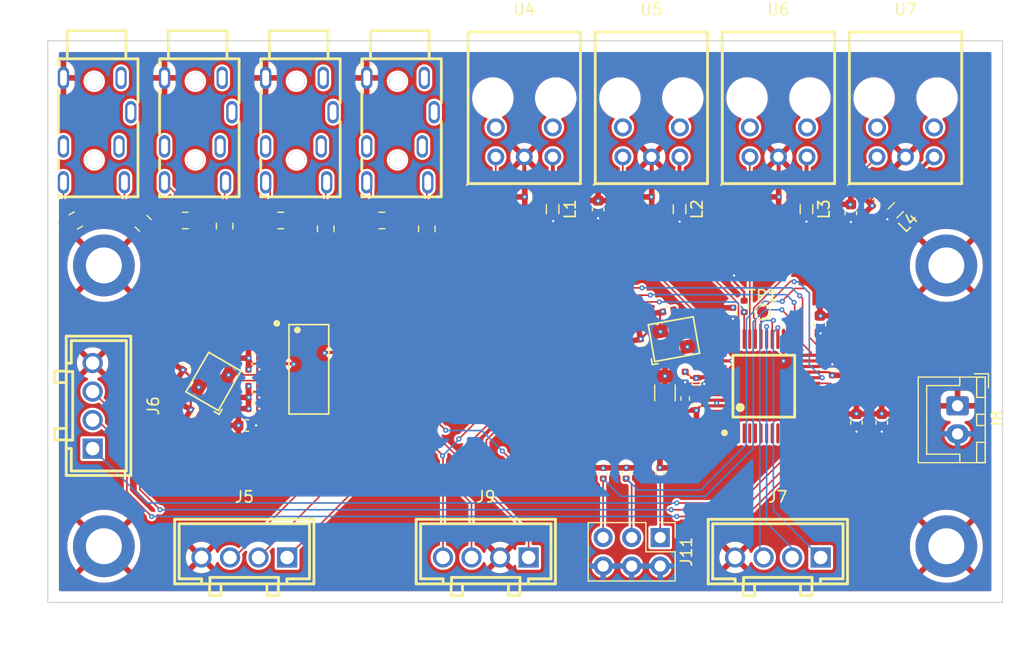
<source format=kicad_pcb>
(kicad_pcb (version 20240108) (generator "pcbnew") (generator_version "8.0")
  (layers (0 "F.Cu" signal) (1 "In1.Cu" signal) (2 "In2.Cu" signal) (31 "B.Cu" signal) (34 "B.Paste" user) (35 "F.Paste" user) (36 "B.SilkS" user "B.Silkscreen") (37 "F.SilkS" user "F.Silkscreen") (38 "B.Mask" user) (39 "F.Mask" user) (44 "Edge.Cuts" user))
  (net 0 "")
  (net 1 "Net-(J1-AUDIO_L)")
  (net 2 "/PCM1865/VINL1")
  (net 3 "/PCM1865/VINR1")
  (net 4 "Net-(J1-AUDIO_R)")
  (net 5 "/PCM1865/VINL2")
  (net 6 "Net-(J2-AUDIO_L)")
  (net 7 "/PCM1865/VINR2")
  (net 8 "Net-(J2-AUDIO_R)")
  (net 9 "Net-(U1-XO)")
  (net 10 "GND")
  (net 11 "Net-(U1-XI)")
  (net 12 "+3V3")
  (net 13 "Net-(U1-LDO)")
  (net 14 "Net-(U1-VREF)")
  (net 15 "Net-(U2A-XTI)")
  (net 16 "Net-(U2A-XTO)")
  (net 17 "Net-(U7-VCC)")
  (net 18 "Net-(J3-AUDIO_L)")
  (net 19 "/PCM1865/VINL3")
  (net 20 "Net-(C21-Pad2)")
  (net 21 "Net-(U4-VCC)")
  (net 22 "Net-(U5-VCC)")
  (net 23 "Net-(U6-VCC)")
  (net 24 "Net-(J3-AUDIO_R)")
  (net 25 "/PCM1865/VINR3")
  (net 26 "/PCM1865/VINL4")
  (net 27 "Net-(J4-AUDIO_L)")
  (net 28 "Net-(J4-AUDIO_R)")
  (net 29 "/PCM1865/VINR4")
  (net 46 "/PCM1865/LRCK")
  (net 47 "/PCM1865/DOUT")
  (net 48 "/PCM1865/BCK")
  (net 49 "/PCM9211/DOUT")
  (net 50 "/PCM9211/BCK")
  (net 51 "/PCM9211/LRCK")
  (net 52 "/PCM9211/LRCKI")
  (net 53 "/PCM9211/BCKI")
  (net 54 "/PCM9211/DIN")
  (net 55 "/PCM1865/SDA")
  (net 56 "/PCM9211/RST")
  (net 57 "/PCM1865/SCL")
  (net 58 "/PCM9211/ADR1")
  (net 59 "/PCM1865/ADR0")
  (net 60 "/PCM9211/ADR0")
  (net 61 "/PCM9211/SCKO")
  (net 73 "/PCM9211/SPDIF3")
  (net 77 "/PCM9211/SPDIF2")
  (net 80 "/PCM9211/SPDIF0")
  (net 89 "/PCM9211/SPDIF1")
  (net 98 "Net-(U2B-VCOM)")
  (net 99 "Net-(U2B-FILT)")
  (footprint "Endstufe:R_0402_1005Metric" (layer "F.Cu") (at 132 93.65 90)
    (property "Reference" "R1" (hide yes))
    (property "Value" "10k")
  )
  (footprint "Endstufe:C_0805_2012Metric" (layer "F.Cu") (at 72.5 86 30)
    (property "Reference" "C2" (hide yes))
    (property "Value" "10uF")
  )
  (footprint "Endstufe:C_0402_1005Metric" (layer "F.Cu") (at 112.95 83.9)
    (property "Reference" "C22" (hide yes))
    (property "Value" "100nF")
  )
  (footprint "Endstufe:C_0402_1005Metric" (layer "F.Cu") (at 88.35 99.25)
    (property "Reference" "C7" (hide yes))
    (property "Value" "10uF")
  )
  (footprint "Endstufe:C_0402_1005Metric" (layer "F.Cu") (at 122.85 97.05 100)
    (property "Reference" "C13" (hide yes))
    (property "Value" "30pF")
  )
  (footprint "Connector_PinHeader_2.54mm:PinHeader_2x03_P2.54mm_Vertical" (layer "F.Cu") (at 124.525 114.225 -90)
    (property "Reference" "J11")
    (property "Value" "DNP")
  )
  (footprint "Endstufe:C_0402_1005Metric" (layer "F.Cu") (at 125.25 94.05 10)
    (property "Reference" "C12" (hide yes))
    (property "Value" "30pF")
  )
  (footprint "Endstufe:MountingHole_3.2mm_M3_ISO14580_Pad" (layer "F.Cu") (at 150 90)
    (property "Reference" "H2" (hide yes))
    (property "Value" "MountingHole_Pad")
  )
  (footprint "Endstufe:C_0805_2012Metric" (layer "F.Cu") (at 103.75 86.75 -90)
    (property "Reference" "C26" (hide yes))
    (property "Value" "10uF")
  )
  (footprint "Inductor_SMD:L_0805_2012Metric" (layer "F.Cu") (at 137.55 85 -90)
    (property "Reference" "L3")
    (property "Value" "47uH")
  )
  (footprint "Endstufe:C_0402_1005Metric" (layer "F.Cu") (at 127.75 102.4 -90)
    (property "Reference" "C17" (hide yes))
    (property "Value" "10uF")
  )
  (footprint "Connector_JST:JST_XH_B2B-XH-A_1x02_P2.50mm_Vertical" (layer "F.Cu") (at 151 102.5 -90)
    (property "Reference" "J8")
    (property "Value" "Conn_01x02_Pin")
  )
  (footprint "Endstufe:C_0402_1005Metric" (layer "F.Cu") (at 82.3 98.872417 60)
    (property "Reference" "C5" (hide yes))
    (property "Value" "30pF")
  )
  (footprint "Endstufe:C_0805_2012Metric" (layer "F.Cu") (at 90.75 86)
    (property "Reference" "C25" (hide yes))
    (property "Value" "10uF")
  )
  (footprint "Endstufe:MountingHole_3.2mm_M3_ISO14580_Pad" (layer "F.Cu") (at 150 115)
    (property "Reference" "H4" (hide yes))
    (property "Value" "MountingHole_Pad")
  )
  (footprint "Endstufe:AUDIO-TH_ST-0322D00-071-1A2H" (layer "F.Cu") (at 92.4 77.955 -90)
    (property "Reference" "J3" (hide yes))
    (property "Value" "ST-0322D00-071-1A2H")
  )
  (footprint "Endstufe:C_0805_2012Metric" (layer "F.Cu") (at 78.5 86.25 -45)
    (property "Reference" "C1" (hide yes))
    (property "Value" "10uF")
  )
  (footprint "Endstufe:C_0402_1005Metric" (layer "F.Cu") (at 127.75 100.5 90)
    (property "Reference" "C20" (hide yes))
    (property "Value" "4.7nF")
  )
  (footprint "Endstufe:C_0805_2012Metric" (layer "F.Cu") (at 94.75 86.75 -90)
    (property "Reference" "C19" (hide yes))
    (property "Value" "10uF")
  )
  (footprint "Endstufe:C_0805_2012Metric" (layer "F.Cu") (at 99.75 86)
    (property "Reference" "C27" (hide yes))
    (property "Value" "10uF")
  )
  (footprint "Endstufe:C_0603_1608Metric" (layer "F.Cu") (at 119 85 90)
    (property "Reference" "C30" (hide yes))
    (property "Value" "22uF")
  )
  (footprint "Endstufe:AUDIO-TH_ST-0322D00-071-1A2H" (layer "F.Cu") (at 83.4 77.955 -90)
    (property "Reference" "J2" (hide yes))
    (property "Value" "ST-0322D00-071-1A2H")
  )
  (footprint "Endstufe:C_0603_1608Metric" (layer "F.Cu") (at 144.25 104 90)
    (property "Reference" "C29" (hide yes))
    (property "Value" "22uF")
  )
  (footprint "Endstufe:C_0402_1005Metric" (layer "F.Cu") (at 121.5 108.5 90)
    (property "Reference" "R3" (hide yes))
    (property "Value" "10k")
  )
  (footprint "Endstufe:C_0402_1005Metric" (layer "F.Cu") (at 131 94.25 -90)
    (property "Reference" "C14" (hide yes))
    (property "Value" "10uF")
  )
  (footprint "Endstufe:CONN-TH_ZPLR135-T8" (layer "F.Cu") (at 123.740988 79.02502)
    (property "Reference" "U5")
    (property "Value" "ZPLR135_T8")
  )
  (footprint "Endstufe:AUDIO-TH_ST-0322D00-071-1A2H" (layer "F.Cu") (at 74.4 77.955 -90)
    (property "Reference" "J1" (hide yes))
    (property "Value" "ST-0322D00-071-1A2H")
  )
  (footprint "Endstufe:OSC-SMD_4P-L3.2-W2.5-BL" (layer "F.Cu") (at 84.75 100.322417 60)
    (property "Reference" "Y1" (hide yes))
    (property "Value" "24.576Mhz")
  )
  (footprint "Endstufe:C_0603_1608Metric" (layer "F.Cu") (at 87.75 104.25 180)
    (property "Reference" "C32" (hide yes))
    (property "Value" "22uF")
  )
  (footprint "Endstufe:MountingHole_3.2mm_M3_ISO14580_Pad" (layer "F.Cu") (at 75 115)
    (property "Reference" "H3" (hide yes))
    (property "Value" "MountingHole_Pad")
  )
  (footprint "Inductor_SMD:L_0805_2012Metric" (layer "F.Cu") (at 145.498699 85.089411 -135)
    (property "Reference" "L4")
    (property "Value" "47uH")
  )
  (footprint "Inductor_SMD:L_0805_2012Metric" (layer "F.Cu") (at 114.95 85 -90)
    (property "Reference" "L1")
    (property "Value" "47uH")
  )
  (footprint "Endstufe:TQFP-48_L7.0-W7.0-P0.50-LS9.0-TL" (layer "F.Cu") (at 133.75 100.75 90)
    (property "Reference" "U2" (hide yes))
    (property "Value" "PCM9211PTR")
  )
  (footprint "Endstufe:CONN-TH_B4B-XH-2-LF-SN" (layer "F.Cu") (at 87.5 116)
    (property "Reference" "J5")
    (property "Value" "B4B-XH-2_(LF)(SN)")
  )
  (footprint "Endstufe:C_0603_1608Metric" (layer "F.Cu") (at 142 104 90)
    (property "Reference" "C28" (hide yes))
    (property "Value" "22uF")
  )
  (footprint "Endstufe:C_0402_1005Metric" (layer "F.Cu") (at 88.35 100.75 180)
    (property "Reference" "C10" (hide yes))
    (property "Value" "10uF")
  )
  (footprint "Endstufe:C_0402_1005Metric" (layer "F.Cu") (at 139.85 99.3 90)
    (property "Reference" "C15" (hide yes))
    (property "Value" "10uF")
  )
  (footprint "Endstufe:AUDIO-TH_ST-0322D00-071-1A2H" (layer "F.Cu") (at 101.4 77.955 -90)
    (property "Reference" "J4" (hide yes))
    (property "Value" "ST-0322D00-071-1A2H")
  )
  (footprint "Inductor_SMD:L_0805_2012Metric" (layer "F.Cu") (at 126.25 85 -90)
    (property "Reference" "L2")
    (property "Value" "47uH")
  )
  (footprint "Endstufe:CONN-TH_B4B-XH-2-LF-SN" (layer "F.Cu") (at 74 102.5 -90)
    (property "Reference" "J6")
    (property "Value" "B4B-XH-2_(LF)(SN)")
  )
  (footprint "Endstufe:C_0402_1005Metric" (layer "F.Cu") (at 124.5 108.5 90)
    (property "Reference" "R5" (hide yes))
    (property "Value" "10k")
  )
  (footprint "Endstufe:CONN-TH_ZPLR135-T8" (layer "F.Cu") (at 112.426994 79.02502)
    (property "Reference" "U4")
    (property "Value" "ZPLR135_T8")
  )
  (footprint "Endstufe:C_0402_1005Metric" (layer "F.Cu") (at 88.35 98.25 180)
    (property "Reference" "C11" (hide yes))
    (property "Value" "10uF")
  )
  (footprint "Endstufe:C_0402_1005Metric" (layer "F.Cu") (at 83.15 103.072417 150)
    (property "Reference" "C6" (hide yes))
    (property "Value" "30pF")
  )
  (footprint "Endstufe:C_0402_1005Metric" (layer "F.Cu") (at 126.75 99.95 -90)
    (property "Reference" "C16" (hide yes))
    (property "Value" "10uF")
  )
  (footprint "Endstufe:CONN-TH_ZPLR135-T8" (layer "F.Cu") (at 135.054982 79.02502)
    (property "Reference" "U6")
    (property "Value" "ZPLR135_T8")
  )
  (footprint "Endstufe:OSC-SMD_4P-L3.2-W2.5-BL" (layer "F.Cu") (at 125.75 96.55 10)
    (property "Reference" "Y2" (hide yes))
    (property "Value" "24.576Mhz")
  )
  (footprint "Endstufe:C_0402_1005Metric" (layer "F.Cu") (at 88.35 101.75)
    (property "Reference" "C8" (hide yes))
    (property "Value" "10uF")
  )
  (footprint "Endstufe:C_0805_2012Metric" (layer "F.Cu") (at 85.75 86.5 -90)
    (property "Reference" "C3" (hide yes))
    (property "Value" "10uF")
  )
  (footprint "Endstufe:C_1206_3216Metric" (layer "F.Cu") (at 124.95 101.35 -90)
    (property "Reference" "C21" (hide yes))
    (property "Value" "68nF")
  )
  (footprint "Endstufe:TSSOP-30_L7.8-W4.4-P0.50-LS6.4-BL" (layer "F.Cu") (at 93.25 99.25 -90)
    (property "Reference" "U1" (hide yes))
    (property "Value" "PCM1865DBTR")
  )
  (footprint "TestPoint:TestPoint_Pad_D1.0mm" (layer "F.Cu") (at 133.65 94.15)
    (property "Reference" "TP1")
    (property "Value" "TestPoint")
  )
  (footprint "Endstufe:C_0603_1608Metric" (layer "F.Cu") (at 141.498699 85.339411 90)
    (property "Reference" "C31" (hide yes))
    (property "Value" "22uF")
  )
  (footprint "Endstufe:C_0402_1005Metric" (layer "F.Cu") (at 124.25 83.9)
    (property "Reference" "C23" (hide yes))
    (property "Value" "100nF")
  )
  (footprint "Endstufe:CONN-TH_B4B-XH-2-LF-SN" (layer "F.Cu") (at 109 116)
    (property "Reference" "J9")
    (property "Value" "B4B-XH-2_(LF)(SN)")
  )
  (footprint "Endstufe:C_0402_1005Metric" (layer "F.Cu") (at 143.748699 84.339411 45)
    (property "Reference" "C18" (hide yes))
    (property "Value" "100nF")
  )
  (footprint "Endstufe:C_0805_2012Metric" (layer "F.Cu") (at 82.25 86)
    (property "Reference" "C4" (hide yes))
    (property "Value" "10uF")
  )
  (footprint "Endstufe:C_0402_1005Metric" (layer "F.Cu") (at 88.35 102.75)
    (property "Reference" "C9" (hide yes))
    (property "Value" "10uF")
  )
  (footprint "Endstufe:C_0603_1608Metric" (layer "F.Cu") (at 138.75 95.25 90)
    (property "Reference" "C33" (hide yes))
    (property "Value" "22uF")
  )
  (footprint "Endstufe:C_0402_1005Metric" (layer "F.Cu") (at 119.465 108.5 90)
    (property "Reference" "R2" (hide yes))
    (property "Value" "10k")
  )
  (footprint "Endstufe:R_0402_1005Metric" (layer "F.Cu") (at 126.75 101.85 90)
    (property "Reference" "R4" (hide yes))
    (property "Value" "680")
  )
  (footprint "Endstufe:MountingHole_3.2mm_M3_ISO14580_Pad" (layer "F.Cu") (at 75 90)
    (property "Reference" "H1" (hide yes))
    (property "Value" "MountingHole_Pad")
  )
  (footprint "Endstufe:C_0402_1005Metric" (layer "F.Cu") (at 135.55 83.9)
    (property "Reference" "C24" (hide yes))
    (property "Value" "100nF")
  )
  (footprint "Endstufe:CONN-TH_ZPLR135-T8" (layer "F.Cu") (at 146.368976 79.02502)
    (property "Reference" "U7")
    (property "Value" "ZPLR135_T8")
  )
  (footprint "Endstufe:CONN-TH_B4B-XH-2-LF-SN" (layer "F.Cu") (at 135 116)
    (property "Reference" "J7")
    (property "Value" "B4B-XH-2_(LF)(SN)")
  )
  (gr_line (start 155 70) (end 155 120) (stroke (width 0.1)) (layer "Edge.Cuts"))
  (gr_line (start 70 70) (end 155 70) (stroke (width 0.1)) (layer "Edge.Cuts"))
  (gr_line (start 70 120) (end 70 70) (stroke (width 0.1)) (layer "Edge.Cuts"))
  (gr_line (start 155 120) (end 70 120) (stroke (width 0.1)) (layer "Edge.Cuts"))
  (segment (start 76.83 82.605) (end 76.83 84.58) (width 0.1427) (layer "F.Cu") (net 1))
  (segment (start 76.83 84.58) (end 77.828249 85.578249) (width 0.1427) (layer "F.Cu") (net 1))
  (segment (start 89 96.75) (end 79.171751 86.921751) (width 0.1427) (layer "F.Cu") (net 2))
  (segment (start 90.39 96.75) (end 89 96.75) (width 0.1427) (layer "F.Cu") (net 2))
  (segment (start 79.35 89) (end 75.875 85.525) (width 0.1427) (layer "F.Cu") (net 3))
  (segment (start 80.4 89) (end 79.35 89) (width 0.1427) (layer "F.Cu") (net 3))
  (segment (start 90.39 97.25) (end 88.65 97.25) (width 0.1427) (layer "F.Cu") (net 3))
  (segment (start 88.65 97.25) (end 80.4 89) (width 0.1427) (layer "F.Cu") (net 3))
  (segment (start 75.875 85.525) (end 73.322724 85.525) (width 0.1427) (layer "F.Cu") (net 3))
  (segment (start 71.4 86.197724) (end 71.677276 86.475) (width 0.1427) (layer "F.Cu") (net 4))
  (segment (start 71.4 82.605) (end 71.4 86.197724) (width 0.1427) (layer "F.Cu") (net 4))
  (segment (start 89.8 95.75) (end 85.75 91.7) (width 0.1427) (layer "F.Cu") (net 5))
  (segment (start 85.75 91.7) (end 85.75 87.45) (width 0.1427) (layer "F.Cu") (net 5))
  (segment (start 90.39 95.75) (end 89.8 95.75) (width 0.1427) (layer "F.Cu") (net 5))
  (segment (start 85.75 82.685) (end 85.83 82.605) (width 0.1427) (layer "F.Cu") (net 6))
  (segment (start 85.75 85.55) (end 85.75 82.685) (width 0.1427) (layer "F.Cu") (net 6))
  (segment (start 83.2 90.1) (end 83.2 86) (width 0.1427) (layer "F.Cu") (net 7))
  (segment (start 90.39 96.25) (end 89.35 96.25) (width 0.1427) (layer "F.Cu") (net 7))
  (segment (start 89.35 96.25) (end 83.2 90.1) (width 0.1427) (layer "F.Cu") (net 7))
  (segment (start 81.3 86) (end 81.3 83.505) (width 0.1427) (layer "F.Cu") (net 8))
  (segment (start 81.3 83.505) (end 80.4 82.605) (width 0.1427) (layer "F.Cu") (net 8))
  (segment (start 90.39 99.75) (end 87.45 99.75) (width 0.1427) (layer "F.Cu") (net 9))
  (segment (start 84.537897 98.92979) (end 84.258107 98.65) (width 0.1427) (layer "F.Cu") (net 9))
  (segment (start 84.817687 98.65) (end 84.537897 98.92979) (width 0.1427) (layer "F.Cu") (net 9))
  (segment (start 87.45 99.75) (end 86.35 98.65) (width 0.1427) (layer "F.Cu") (net 9))
  (segment (start 84.258107 98.65) (end 82.733275 98.65) (width 0.1427) (layer "F.Cu") (net 9))
  (segment (start 82.733275 98.65) (end 82.54 98.456725) (width 0.1427) (layer "F.Cu") (net 9))
  (segment (start 86.35 98.65) (end 84.817687 98.65) (width 0.1427) (layer "F.Cu") (net 9))
  (segment (start 82.06 99.288109) (end 83.437898 100.666007) (width 0.2) (layer "F.Cu") (net 10))
  (segment (start 96.11 97.75) (end 94.7 97.75) (width 0.2) (layer "F.Cu") (net 10))
  (segment (start 143.409288 83.169813) (end 146.367675 80.211426) (width 0.35) (layer "F.Cu") (net 10))
  (segment (start 135.07 83.9) (end 135.07 80.387033) (width 0.35) (layer "F.Cu") (net 10))
  (segment (start 90.39 101.25) (end 88.37 101.25) (width 0.15) (layer "F.Cu") (net 10))
  (segment (start 88.37 101.25) (end 87.87 101.75) (width 0.15) (layer "F.Cu") (net 10))
  (segment (start 90.39 98.75) (end 91.85 98.75) (width 0.15) (layer "F.Cu") (net 10))
  (segment (start 129.55 102.5) (end 128.13 102.5) (width 0.2) (layer "F.Cu") (net 10))
  (segment (start 91.85 98.75) (end 91.9 98.8) (width 0.15) (layer "F.Cu") (net 10))
  (segment (start 123.469559 95.874382) (end 122.766649 96.577292) (width 0.2) (layer "F.Cu") (net 10))
  (segment (start 88.37 98.75) (end 87.87 98.25) (width 0.15) (layer "F.Cu") (net 10))
  (segment (start 90.39 98.75) (end 88.37 98.75) (width 0.15) (layer "F.Cu") (net 10))
  (segment (start 83.437898 100.666007) (end 83.437898 100.835044) (width 0.2) (layer "F.Cu") (net 10))
  (segment (start 82.734308 102.832417) (end 82.734308 101.538634) (width 0.2) (layer "F.Cu") (net 10))
  (segment (start 124.513901 95.874382) (end 123.469559 95.874382) (width 0.2) (layer "F.Cu") (net 10))
  (segment (start 143.409288 84.678822) (end 143.409288 83.169813) (width 0.35) (layer "F.Cu") (net 10))
  (segment (start 139.57 99.5) (end 139.85 99.78) (width 0.2) (layer "F.Cu") (net 10))
  (segment (start 129.55 102.5) (end 129.55 102.25) (width 0.2) (layer "F.Cu") (net 10))
  (segment (start 124.513901 95.874382) (end 124.513901 94.396744) (width 0.2) (layer "F.Cu") (net 10))
  (segment (start 123.77 80.401027) (end 123.740988 80.372015) (width 0.35) (layer "F.Cu") (net 10))
  (segment (start 135.5 98.5) (end 135.5 96.55) (width 0.2) (layer "F.Cu") (net 10))
  (segment (start 137.95 99.5) (end 139.57 99.5) (width 0.2) (layer "F.Cu") (net 10))
  (segment (start 129.55 98.5) (end 130.9 98.5) (width 0.2) (layer "F.Cu") (net 10))
  (segment (start 127.28 100) (end 126.75 99.47) (width 0.2) (layer "F.Cu") (net 10))
  (segment (start 128.13 102.5) (end 127.75 102.88) (width 0.2) (layer "F.Cu") (net 10))
  (segment (start 124.513901 94.396744) (end 124.777293 94.133352) (width 0.2) (layer "F.Cu") (net 10))
  (segment (start 135.07 80.387033) (end 135.054982 80.372015) (width 0.35) (layer "F.Cu") (net 10))
  (segment (start 112.426994 80.372015) (end 112.426994 83.856994) (width 0.35) (layer "F.Cu") (net 10))
  (segment (start 129.55 100) (end 127.28 100) (width 0.2) (layer "F.Cu") (net 10))
  (segment (start 129.55 102.25) (end 129.55 102) (width 0.2) (layer "F.Cu") (net 10))
  (segment (start 123.77 83.9) (end 123.77 80.401027) (width 0.35) (layer "F.Cu") (net 10))
  (segment (start 88.37 98.75) (end 87.87 99.25) (width 0.15) (layer "F.Cu") (net 10))
  (segment (start 129.55 102) (end 128.63 102) (width 0.2) (layer "F.Cu") (net 10))
  (segment (start 82.734308 101.538634) (end 83.437898 100.835044) (width 0.2) (layer "F.Cu") (net 10))
  (segment (start 112.426994 83.856994) (end 112.47 83.9) (width 0.35) (layer "F.Cu") (net 10))
  (segment (start 94.7 97.75) (end 94.65 97.8) (width 0.2) (layer "F.Cu") (net 10))
  (segment (start 128.63 102) (end 128.13 102.5) (width 0.2) (layer "F.Cu") (net 10))
  (via (at 119.45 108.05) (size 0.45) (drill 0.2) (layers "F.Cu" "B.Cu") (net 10))
  (via (at 126.95 97.25) (size 0.45) (drill 0.2) (layers "F.Cu" "B.Cu") (net 10))
  (via (at 87.9 100.75) (size 0.45) (drill 0.2) (layers "F.Cu" "B.Cu") (net 10))
  (via (at 141.448699 84.589411) (size 0.45) (drill 0.2) (layers "F.Cu" "B.Cu") (net 10))
  (via (at 112.45 83.9) (size 0.45) (drill 0.2) (layers "F.Cu" "B.Cu") (net 10))
  (via (at 131 93.75) (size 0.45) (drill 0.2) (layers "F.Cu" "B.Cu") (net 10))
  (via (at 124.95 99.85) (size 0.45) (drill 0.2) (layers "F.Cu" "B.Cu") (net 10))
  (via (at 142 103.2) (size 0.45) (drill 0.2) (layers "F.Cu" "B.Cu") (net 10))
  (via (at 129.55 102.25) (size 0.45) (drill 0.2) (layers "F.Cu" "B.Cu") (net 10))
  (via (at 94.65 97.8) (size 0.45) (drill 0.2) (layers "F.Cu" "B.Cu") (net 10))
  (via (at 87 104.25) (size 0.45) (drill 0.2) (layers "F.Cu" "B.Cu") (net 10))
  (via (at 87.9 101.75) (size 0.45) (drill 0.2) (layers "F.Cu" "B.Cu") (net 10))
  (via (at 138.8 94.5) (size 0.45) (drill 0.2) (layers "F.Cu" "B.Cu") (net 10))
  (via (at 83.45 100.85) (size 0.45) (drill 0.2) (layers "F.Cu" "B.Cu") (net 10))
  (via (at 135.1 83.9) (size 0.45) (drill 0.2) (layers "F.Cu" "B.Cu") (net 10))
  (via (at 124.55 95.9) (size 0.45) (drill 0.2) (layers "F.Cu" "B.Cu") (net 10))
  (via (at 124.5 108) (size 0.45) (drill 0.2) (layers "F.Cu" "B.Cu") (net 10))
  (via (at 82.05 99.3) (size 0.45) (drill 0.2) (layers "F.Cu" "B.Cu") (net 10))
  (via (at 144.25 103.2) (size 0.45) (drill 0.2) (layers "F.Cu" "B.Cu") (net 10))
  (via (at 143.398699 84.689411) (size 0.45) (drill 0.2) (layers "F.Cu" "B.Cu") (net 10))
  (via (at 130.9 98.5) (size 0.45) (drill 0.2) (layers "F.Cu" "B.Cu") (net 10))
  (via (at 87.9 99.25) (size 0.45) (drill 0.2) (layers "F.Cu" "B.Cu") (net 10))
  (via (at 124.75 94.1) (size 0.45) (drill 0.2) (layers "F.Cu" "B.Cu") (net 10))
  (via (at 127.75 100.05) (size 0.45) (drill 0.2) (layers "F.Cu" "B.Cu") (net 10))
  (via (at 126.75 99.45) (size 0.45) (drill 0.2) (layers "F.Cu" "B.Cu") (net 10))
  (via (at 121.5 108) (size 0.45) (drill 0.2) (layers "F.Cu" "B.Cu") (net 10))
  (via (at 87.9 102.75) (size 0.45) (drill 0.2) (layers "F.Cu" "B.Cu") (net 10))
  (via (at 135.5 98.5) (size 0.45) (drill 0.2) (layers "F.Cu" "B.Cu") (net 10))
  (via (at 119 84.25) (size 0.45) (drill 0.2) (layers "F.Cu" "B.Cu") (net 10))
  (via (at 123.75 83.9) (size 0.45) (drill 0.2) (layers "F.Cu" "B.Cu") (net 10))
  (via (at 87.9 98.25) (size 0.45) (drill 0.2) (layers "F.Cu" "B.Cu") (net 10))
  (via (at 122.8 96.55) (size 0.45) (drill 0.2) (layers "F.Cu" "B.Cu") (net 10))
  (via (at 86.1 99.75) (size 0.45) (drill 0.2) (layers "F.Cu" "B.Cu") (net 10))
  (via (at 139.85 99.8) (size 0.45) (drill 0.2) (layers "F.Cu" "B.Cu") (net 10))
  (via (at 91.9 98.8) (size 0.45) (drill 0.2) (layers "F.Cu" "B.Cu") (net 10))
  (via (at 82.75 102.85) (size 0.45) (drill 0.2) (layers "F.Cu" "B.Cu") (net 10))
  (via (at 127.75 102.9) (size 0.45) (drill 0.2) (layers "F.Cu" "B.Cu") (net 10))
  (segment (start 90.39 100.25) (end 87.15 100.25) (width 0.1427) (layer "F.Cu") (net 11))
  (segment (start 83.565692 103.284308) (end 83.565692 103.312417) (width 0.1427) (layer "F.Cu") (net 11))
  (segment (start 85.684956 101.715044) (end 84.962103 101.715044) (width 0.1427) (layer "F.Cu") (net 11))
  (segment (start 87.15 100.25) (end 85.684956 101.715044) (width 0.1427) (layer "F.Cu") (net 11))
  (segment (start 84.962103 101.715044) (end 84.962103 101.887897) (width 0.1427) (layer "F.Cu") (net 11))
  (segment (start 84.962103 101.887897) (end 83.565692 103.284308) (width 0.1427) (layer "F.Cu") (net 11))
  (segment (start 90.39 102.25) (end 89.33 102.25) (width 0.2) (layer "F.Cu") (net 12))
  (segment (start 131.1 91.45) (end 131.1 90.9) (width 0.2) (layer "F.Cu") (net 12))
  (segment (start 129.55 100.5) (end 128.5 100.5) (width 0.15) (layer "F.Cu") (net 12))
  (segment (start 90.39 101.75) (end 88.85 101.75) (width 0.2) (layer "F.Cu") (net 12))
  (segment (start 88.85 102.73) (end 88.85 102.75) (width 0.2) (layer "F.Cu") (net 12))
  (segment (start 88.83 102.75) (end 88.83 102.75) (width 0.2) (layer "F.Cu") (net 12))
  (segment (start 128.45 100.55) (end 128.4 100.5) (width 0.15) (layer "F.Cu") (net 12))
  (segment (start 131 96.55) (end 131 94.73) (width 0.2) (layer "F.Cu") (net 12))
  (segment (start 132 93.14) (end 132 92.35) (width 0.2) (layer "F.Cu") (net 12))
  (segment (start 126.72 100.4) (end 126.75 100.43) (width 0.15) (layer "F.Cu") (net 12))
  (segment (start 132 92.35) (end 131.1 91.45) (width 0.2) (layer "F.Cu") (net 12))
  (segment (start 88.85 101.75) (end 88.83 101.75) (width 0.2) (layer "F.Cu") (net 12))
  (segment (start 139.67 99) (end 139.85 98.82) (width 0.2) (layer "F.Cu") (net 12))
  (segment (start 128.5 100.5) (end 128.45 100.55) (width 0.15) (layer "F.Cu") (net 12))
  (segment (start 126.75 100.43) (end 126.75 100.4) (width 0.15) (layer "F.Cu") (net 12))
  (segment (start 88.85 102.75) (end 88.83 102.75) (width 0.2) (layer "F.Cu") (net 12))
  (segment (start 126.75 100.4) (end 126.72 100.4) (width 0.15) (layer "F.Cu") (net 12))
  (segment (start 137.95 99) (end 139.67 99) (width 0.2) (layer "F.Cu") (net 12))
  (segment (start 89.33 102.25) (end 88.85 102.73) (width 0.2) (layer "F.Cu") (net 12))
  (segment (start 90.39 99.25) (end 88.83 99.25) (width 0.2) (layer "F.Cu") (net 12))
  (segment (start 126.82 100.5) (end 126.75 100.43) (width 0.15) (layer "F.Cu") (net 12))
  (segment (start 128.4 100.5) (end 126.82 100.5) (width 0.15) (layer "F.Cu") (net 12))
  (via (at 131.1 90.9) (size 0.45) (drill 0.2) (layers "F.Cu" "B.Cu") (net 12))
  (via (at 139.85 98.8) (size 0.45) (drill 0.2) (layers "F.Cu" "B.Cu") (net 12))
  (via (at 128.45 100.55) (size 0.45) (drill 0.2) (layers "F.Cu" "B.Cu") (net 12))
  (via (at 138.8 96.05) (size 0.45) (drill 0.2) (layers "F.Cu" "B.Cu") (net 12))
  (via (at 144.25 104.8) (size 0.45) (drill 0.2) (layers "F.Cu" "B.Cu") (net 12))
  (via (at 131 94.75) (size 0.45) (drill 0.2) (layers "F.Cu" "B.Cu") (net 12))
  (via (at 142 104.8) (size 0.45) (drill 0.2) (layers "F.Cu" "B.Cu") (net 12))
  (via (at 115 86.05) (size 0.45) (drill 0.2) (layers "F.Cu" "B.Cu") (net 12))
  (via (at 126.25 86.1) (size 0.45) (drill 0.2) (layers "F.Cu" "B.Cu") (net 12))
  (via (at 144.748699 85.889411) (size 0.45) (drill 0.2) (layers "F.Cu" "B.Cu") (net 12))
  (via (at 88.85 102.75) (size 0.45) (drill 0.2) (layers "F.Cu" "B.Cu") (net 12))
  (via (at 119 85.8) (size 0.45) (drill 0.2) (layers "F.Cu" "B.Cu") (net 12))
  (via (at 126.75 100.4) (size 0.45) (drill 0.2) (layers "F.Cu" "B.Cu") (net 12))
  (via (at 141.498699 86.139411) (size 0.45) (drill 0.2) (layers "F.Cu" "B.Cu") (net 12))
  (via (at 137.55 86.1) (size 0.45) (drill 0.2) (layers "F.Cu" "B.Cu") (net 12))
  (via (at 88.85 99.25) (size 0.45) (drill 0.2) (layers "F.Cu" "B.Cu") (net 12))
  (via (at 88.55 104.25) (size 0.45) (drill 0.2) (layers "F.Cu" "B.Cu") (net 12))
  (via (at 88.85 101.75) (size 0.45) (drill 0.2) (layers "F.Cu" "B.Cu") (net 12))
  (segment (start 90.39 100.75) (end 88.83 100.75) (width 0.2) (layer "F.Cu") (net 13))
  (segment (start 90.39 98.25) (end 88.83 98.25) (width 0.2) (layer "F.Cu") (net 14))
  (segment (start 128 98.21) (end 128 96.1) (width 0.1427) (layer "F.Cu") (net 15))
  (segment (start 127.392356 95.492356) (end 126.680478 95.492356) (width 0.1427) (layer "F.Cu") (net 15))
  (segment (start 128 96.1) (end 127.392356 95.492356) (width 0.1427) (layer "F.Cu") (net 15))
  (segment (start 129.55 99) (end 128.79 99) (width 0.1427) (layer "F.Cu") (net 15))
  (segment (start 125.722707 94.534585) (end 126.680478 95.492356) (width 0.1427) (layer "F.Cu") (net 15))
  (segment (start 128.79 99) (end 128 98.21) (width 0.1427) (layer "F.Cu") (net 15))
  (segment (start 125.722707 93.966648) (end 125.722707 94.534585) (width 0.1427) (layer "F.Cu") (net 15))
  (segment (start 125.561878 98.35) (end 124.819522 97.607644) (width 0.1427) (layer "F.Cu") (net 16))
  (segment (start 122.933351 97.522708) (end 124.734586 97.522708) (width 0.1427) (layer "F.Cu") (net 16))
  (segment (start 129.55 99.5) (end 128.55 99.5) (width 0.1427) (layer "F.Cu") (net 16))
  (segment (start 124.734586 97.522708) (end 124.819522 97.607644) (width 0.1427) (layer "F.Cu") (net 16))
  (segment (start 127.4 98.35) (end 125.561878 98.35) (width 0.1427) (layer "F.Cu") (net 16))
  (segment (start 128.55 99.5) (end 127.4 98.35) (width 0.1427) (layer "F.Cu") (net 16))
  (segment (start 144.08811 84) (end 145.91189 84) (width 0.35) (layer "F.Cu") (net 17))
  (segment (start 145.91189 84) (end 146.25 84.33811) (width 0.35) (layer "F.Cu") (net 17))
  (segment (start 146.25 82.869106) (end 148.90768 80.211426) (width 0.35) (layer "F.Cu") (net 17))
  (segment (start 146.25 84.33811) (end 146.25 82.869106) (width 0.35) (layer "F.Cu") (net 17))
  (segment (start 94.75 82.685) (end 94.83 82.605) (width 0.1427) (layer "F.Cu") (net 18))
  (segment (start 94.75 85.8) (end 94.75 82.685) (width 0.1427) (layer "F.Cu") (net 18))
  (segment (start 97.55 95.85) (end 97.55 90.5) (width 0.1427) (layer "F.Cu") (net 19))
  (segment (start 97.55 90.5) (end 94.75 87.7) (width 0.1427) (layer "F.Cu") (net 19))
  (segment (start 96.11 96.25) (end 97.15 96.25) (width 0.1427) (layer "F.Cu") (net 19))
  (segment (start 97.15 96.25) (end 97.55 95.85) (width 0.1427) (layer "F.Cu") (net 19))
  (segment (start 126.285 102.825) (end 126.75 102.36) (width 0.2) (layer "F.Cu") (net 20))
  (segment (start 124.95 102.825) (end 126.285 102.825) (width 0.2) (layer "F.Cu") (net 20))
  (segment (start 114.966999 83.683001) (end 114.966999 80.372015) (width 0.35) (layer "F.Cu") (net 21))
  (segment (start 113.4675 83.9375) (end 113.43 83.9) (width 0.35) (layer "F.Cu") (net 21))
  (segment (start 114.95 83.9375) (end 113.4675 83.9375) (width 0.35) (layer "F.Cu") (net 21))
  (segment (start 114.95 83.9375) (end 114.95 83.7) (width 0.35) (layer "F.Cu") (net 21))
  (segment (start 114.95 83.7) (end 114.966999 83.683001) (width 0.35) (layer "F.Cu") (net 21))
  (segment (start 126.25 80.403008) (end 126.280993 80.372015) (width 0.35) (layer "F.Cu") (net 22))
  (segment (start 124.73 83.9) (end 126.2125 83.9) (width 0.35) (layer "F.Cu") (net 22))
  (segment (start 126.25 83.9375) (end 126.25 80.403008) (width 0.35) (layer "F.Cu") (net 22))
  (segment (start 126.2125 83.9) (end 126.25 83.9375) (width 0.35) (layer "F.Cu") (net 22))
  (segment (start 136.03 83.9) (end 137.5125 83.9) (width 0.35) (layer "F.Cu") (net 23))
  (segment (start 137.55 80.417002) (end 137.594987 80.372015) (width 0.35) (layer "F.Cu") (net 23))
  (segment (start 137.5125 83.9) (end 137.55 83.9375) (width 0.35) (layer "F.Cu") (net 23))
  (segment (start 137.55 83.9375) (end 137.55 80.417002) (width 0.35) (layer "F.Cu") (net 23))
  (segment (start 89.8 83.005) (end 89.4 82.605) (width 0.1427) (layer "F.Cu") (net 24))
  (segment (start 89.8 86) (end 89.8 83.005) (width 0.1427) (layer "F.Cu") (net 24))
  (segment (start 96.11 93.26) (end 93.3 90.45) (width 0.1427) (layer "F.Cu") (net 25))
  (segment (start 93.3 87.6) (end 91.7 86) (width 0.1427) (layer "F.Cu") (net 25))
  (segment (start 93.3 90.45) (end 93.3 87.6) (width 0.1427) (layer "F.Cu") (net 25))
  (segment (start 96.11 95.75) (end 96.11 93.26) (width 0.1427) (layer "F.Cu") (net 25))
  (segment (start 98.1 97.25) (end 103.75 91.6) (width 0.1427) (layer "F.Cu") (net 26))
  (segment (start 96.11 97.25) (end 98.1 97.25) (width 0.1427) (layer "F.Cu") (net 26))
  (segment (start 103.75 91.6) (end 103.75 87.7) (width 0.1427) (layer "F.Cu") (net 26))
  (segment (start 103.75 85.8) (end 103.75 82.685) (width 0.1427) (layer "F.Cu") (net 27))
  (segment (start 103.75 82.685) (end 103.83 82.605) (width 0.1427) (layer "F.Cu") (net 27))
  (segment (start 98.8 83.005) (end 98.4 82.605) (width 0.1427) (layer "F.Cu") (net 28))
  (segment (start 98.8 86) (end 98.8 83.005) (width 0.1427) (layer "F.Cu") (net 28))
  (segment (start 97.45 96.75) (end 100.7 93.5) (width 0.1427) (layer "F.Cu") (net 29))
  (segment (start 100.7 93.5) (end 100.7 86) (width 0.1427) (layer "F.Cu") (net 29))
  (segment (start 96.11 96.75) (end 97.45 96.75) (width 0.1427) (layer "F.Cu") (net 29))
  (segment (start 96.11 108.660003) (end 88.770003 116) (width 0.1427) (layer "F.Cu") (net 46))
  (segment (start 96.11 102.75) (end 96.11 108.660003) (width 0.1427) (layer "F.Cu") (net 46))
  (segment (start 97.65 102.2) (end 97.65 109.660008) (width 0.1427) (layer "F.Cu") (net 47))
  (segment (start 96.11 101.75) (end 97.2 101.75) (width 0.1427) (layer "F.Cu") (net 47))
  (segment (start 97.65 109.660008) (end 91.310008 116) (width 0.1427) (layer "F.Cu") (net 47))
  (segment (start 97.2 101.75) (end 97.65 102.2) (width 0.1427) (layer "F.Cu") (net 47))
  (segment (start 94.55 102.65) (end 94.55 108.05) (width 0.1427) (layer "F.Cu") (net 48))
  (segment (start 94.55 108.05) (end 86.6 116) (width 0.1427) (layer "F.Cu") (net 48))
  (segment (start 94.95 102.25) (end 94.55 102.65) (width 0.1427) (layer "F.Cu") (net 48))
  (segment (start 86.6 116) (end 86.229997 116) (width 0.1427) (layer "F.Cu") (net 48))
  (segment (start 96.11 102.25) (end 94.95 102.25) (width 0.1427) (layer "F.Cu") (net 48))
  (segment (start 137.95 101.5) (end 138.8 101.5) (width 0.1427) (layer "F.Cu") (net 49))
  (segment (start 131.6 111.15) (end 126 111.15) (width 0.1427) (layer "F.Cu") (net 49))
  (segment (start 139.25 103.5) (end 131.6 111.15) (width 0.1427) (layer "F.Cu") (net 49))
  (segment (start 139.25 101.95) (end 139.25 103.5) (width 0.1427) (layer "F.Cu") (net 49))
  (segment (start 138.8 101.5) (end 139.25 101.95) (width 0.1427) (layer "F.Cu") (net 49))
  (via (at 126 111.15) (size 0.45) (drill 0.2) (layers "F.Cu" "B.Cu") (net 49))
  (segment (start 78.839992 111.15) (end 74 106.310008) (width 0.1427) (layer "B.Cu") (net 49))
  (segment (start 126 111.15) (end 78.839992 111.15) (width 0.1427) (layer "B.Cu") (net 49))
  (segment (start 79.25 112.35) (end 77.05 110.15) (width 0.1427) (layer "F.Cu") (net 50))
  (segment (start 140.5 104) (end 132.15 112.35) (width 0.1427) (layer "F.Cu") (net 50))
  (segment (start 77.05 106.4) (end 74.420003 103.770003) (width 0.1427) (layer "F.Cu") (net 50))
  (segment (start 74.420003 103.770003) (end 74 103.770003) (width 0.1427) (layer "F.Cu") (net 50))
  (segment (start 77.05 110.15) (end 77.05 106.4) (width 0.1427) (layer "F.Cu") (net 50))
  (segment (start 132.15 112.35) (end 126 112.35) (width 0.1427) (layer "F.Cu") (net 50))
  (segment (start 137.95 100.5) (end 139.7 100.5) (width 0.1427) (layer "F.Cu") (net 50))
  (segment (start 139.7 100.5) (end 140.5 101.3) (width 0.1427) (layer "F.Cu") (net 50))
  (segment (start 140.5 101.3) (end 140.5 104) (width 0.1427) (layer "F.Cu") (net 50))
  (via (at 79.25 112.35) (size 0.45) (drill 0.2) (layers "F.Cu" "B.Cu") (net 50))
  (via (at 126 112.35) (size 0.45) (drill 0.2) (layers "F.Cu" "B.Cu") (net 50))
  (segment (start 79.25 112.35) (end 79.3 112.35) (width 0.1427) (layer "B.Cu") (net 50))
  (segment (start 126 112.35) (end 79.25 112.35) (width 0.1427) (layer "B.Cu") (net 50))
  (segment (start 139.2 101) (end 139.9 101.7) (width 0.1427) (layer "F.Cu") (net 51))
  (segment (start 131.9 111.75) (end 125.5 111.75) (width 0.1427) (layer "F.Cu") (net 51))
  (segment (start 139.9 101.7) (end 139.9 103.75) (width 0.1427) (layer "F.Cu") (net 51))
  (segment (start 80 111.75) (end 78.2 109.95) (width 0.1427) (layer "F.Cu") (net 51))
  (segment (start 137.95 101) (end 139.2 101) (width 0.1427) (layer "F.Cu") (net 51))
  (segment (start 78.2 109.95) (end 78.2 105.429997) (width 0.1427) (layer "F.Cu") (net 51))
  (segment (start 78.2 105.429997) (end 74 101.229997) (width 0.1427) (layer "F.Cu") (net 51))
  (segment (start 139.9 103.75) (end 131.9 111.75) (width 0.1427) (layer "F.Cu") (net 51))
  (via (at 80 111.75) (size 0.45) (drill 0.2) (layers "F.Cu" "B.Cu") (net 51))
  (via (at 125.5 111.75) (size 0.45) (drill 0.2) (layers "F.Cu" "B.Cu") (net 51))
  (segment (start 125.5 111.75) (end 80 111.75) (width 0.1427) (layer "B.Cu") (net 51))
  (segment (start 134.6 94.9) (end 134.65 94.85) (width 0.1427) (layer "F.Cu") (net 52))
  (segment (start 134.5 96.55) (end 134.5 95) (width 0.1427) (layer "F.Cu") (net 52))
  (segment (start 134.5 95) (end 134.6 94.9) (width 0.1427) (layer "F.Cu") (net 52))
  (via (at 134.6 94.9) (size 0.45) (drill 0.2) (layers "F.Cu" "B.Cu") (net 52))
  (segment (start 133.75 94.9) (end 134.6 94.9) (width 0.1427) (layer "B.Cu") (net 52))
  (segment (start 133.4 115.670003) (end 133.4 95.25) (width 0.1427) (layer "B.Cu") (net 52))
  (segment (start 133.4 95.25) (end 133.75 94.9) (width 0.1427) (layer "B.Cu") (net 52))
  (segment (start 133.729997 116) (end 133.4 115.670003) (width 0.1427) (layer "B.Cu") (net 52))
  (segment (start 134 96.55) (end 134 95.45) (width 0.1427) (layer "F.Cu") (net 53))
  (via (at 134 95.45) (size 0.45) (drill 0.2) (layers "F.Cu" "B.Cu") (net 53))
  (segment (start 136.270003 116) (end 136.270003 115.170003) (width 0.1427) (layer "B.Cu") (net 53))
  (segment (start 134 112.9) (end 134 95.45) (width 0.1427) (layer "B.Cu") (net 53))
  (segment (start 136.270003 115.170003) (end 134 112.9) (width 0.1427) (layer "B.Cu") (net 53))
  (segment (start 135 96.55) (end 135 95.55) (width 0.1427) (layer "F.Cu") (net 54))
  (via (at 135 95.55) (size 0.45) (drill 0.2) (layers "F.Cu" "B.Cu") (net 54))
  (segment (start 134.6 111.789992) (end 134.6 95.95) (width 0.1427) (layer "B.Cu") (net 54))
  (segment (start 134.6 95.95) (end 135 95.55) (width 0.1427) (layer "B.Cu") (net 54))
  (segment (start 138.810008 116) (end 134.6 111.789992) (width 0.1427) (layer "B.Cu") (net 54))
  (segment (start 105.15 106.9) (end 97.5 99.25) (width 0.1427) (layer "F.Cu") (net 55))
  (segment (start 120.05 92) (end 122.9 92) (width 0.1427) (layer "F.Cu") (net 55))
  (segment (start 97.5 99.25) (end 96.11 99.25) (width 0.1427) (layer "F.Cu") (net 55))
  (segment (start 137.2 97) (end 137.95 97.75) (width 0.1427) (layer "F.Cu") (net 55))
  (segment (start 105.189992 106.939992) (end 105.2 106.95) (width 0.1427) (layer "F.Cu") (net 55))
  (segment (start 105.15 106.95) (end 105.15 106.9) (width 0.1427) (layer "F.Cu") (net 55))
  (segment (start 105.2 106.95) (end 105.15 106.95) (width 0.1427) (layer "F.Cu") (net 55))
  (segment (start 137.95 97.75) (end 137.95 98) (width 0.1427) (layer "F.Cu") (net 55))
  (segment (start 105.189992 116) (end 105.189992 106.939992) (width 0.1427) (layer "F.Cu") (net 55))
  (segment (start 137.2 92.95) (end 137.2 97) (width 0.1427) (layer "F.Cu") (net 55))
  (segment (start 136.95 92.7) (end 137.2 92.95) (width 0.1427) (layer "F.Cu") (net 55))
  (segment (start 106.6 105.45) (end 120.05 92) (width 0.1427) (layer "F.Cu") (net 55))
  (via (at 106.6 105.45) (size 0.45) (drill 0.2) (layers "F.Cu" "B.Cu") (net 55))
  (via (at 105.15 106.95) (size 0.45) (drill 0.2) (layers "F.Cu" "B.Cu") (net 55))
  (via (at 122.9 92) (size 0.45) (drill 0.2) (layers "F.Cu" "B.Cu") (net 55))
  (via (at 136.95 92.7) (size 0.45) (drill 0.2) (layers "F.Cu" "B.Cu") (net 55))
  (segment (start 136.25 92) (end 122.9 92) (width 0.1427) (layer "B.Cu") (net 55))
  (segment (start 106.6 105.5) (end 105.15 106.95) (width 0.1427) (layer "B.Cu") (net 55))
  (segment (start 136.95 92.7) (end 136.25 92) (width 0.1427) (layer "B.Cu") (net 55))
  (segment (start 106.6 105.45) (end 106.6 105.5) (width 0.1427) (layer "B.Cu") (net 55))
  (segment (start 121.35 93.25) (end 109.05 105.55) (width 0.1427) (layer "F.Cu") (net 56))
  (segment (start 132 96.55) (end 132 94.15) (width 0.1427) (layer "F.Cu") (net 56))
  (segment (start 112.810008 113.810008) (end 112.810008 116) (width 0.1427) (layer "F.Cu") (net 56))
  (segment (start 132 94.15) (end 132 94.16) (width 0.1427) (layer "F.Cu") (net 56))
  (segment (start 109.05 110.05) (end 112.810008 113.810008) (width 0.1427) (layer "F.Cu") (net 56))
  (segment (start 109.05 105.55) (end 109.05 110.05) (width 0.1427) (layer "F.Cu") (net 56))
  (segment (start 124.45 93.25) (end 121.35 93.25) (width 0.1427) (layer "F.Cu") (net 56))
  (via (at 124.45 93.25) (size 0.45) (drill 0.2) (layers "F.Cu" "B.Cu") (net 56))
  (via (at 132 94.15) (size 0.45) (drill 0.2) (layers "F.Cu" "B.Cu") (net 56))
  (segment (start 132 93.95) (end 132 94.15) (width 0.1427) (layer "B.Cu") (net 56))
  (segment (start 124.45 93.25) (end 131.3 93.25) (width 0.1427) (layer "B.Cu") (net 56))
  (segment (start 131.3 93.25) (end 132 93.95) (width 0.1427) (layer "B.Cu") (net 56))
  (segment (start 98.2 98.75) (end 96.11 98.75) (width 0.1427) (layer "F.Cu") (net 57))
  (segment (start 107.729997 111.179997) (end 106.4 109.85) (width 0.1427) (layer "F.Cu") (net 57))
  (segment (start 107.729997 116) (end 107.729997 111.179997) (width 0.1427) (layer "F.Cu") (net 57))
  (segment (start 136.45 93.3) (end 136.5 93.35) (width 0.1427) (layer "F.Cu") (net 57))
  (segment (start 106.4 109.85) (end 106.4 106.95) (width 0.1427) (layer "F.Cu") (net 57))
  (segment (start 120.7 92.65) (end 106.4 106.95) (width 0.1427) (layer "F.Cu") (net 57))
  (segment (start 136.5 93.35) (end 136.5 96.55) (width 0.1427) (layer "F.Cu") (net 57))
  (segment (start 123.65 92.65) (end 120.7 92.65) (width 0.1427) (layer "F.Cu") (net 57))
  (segment (start 106.4 106.95) (end 98.2 98.75) (width 0.1427) (layer "F.Cu") (net 57))
  (via (at 136.45 93.3) (size 0.45) (drill 0.2) (layers "F.Cu" "B.Cu") (net 57))
  (via (at 123.65 92.65) (size 0.45) (drill 0.2) (layers "F.Cu" "B.Cu") (net 57))
  (segment (start 123.6 92.6) (end 123.65 92.65) (width 0.1427) (layer "B.Cu") (net 57))
  (segment (start 123.7 92.6) (end 135.75 92.6) (width 0.1427) (layer "B.Cu") (net 57))
  (segment (start 135.75 92.6) (end 136.45 93.3) (width 0.1427) (layer "B.Cu") (net 57))
  (segment (start 123.65 92.65) (end 123.7 92.6) (width 0.1427) (layer "B.Cu") (net 57))
  (segment (start 119.45 109) (end 119.45 108.995) (width 0.1427) (layer "F.Cu") (net 58))
  (segment (start 135.35 93.95) (end 136 94.6) (width 0.1427) (layer "F.Cu") (net 58))
  (segment (start 119.445 114.225) (end 119.445 109) (width 0.1427) (layer "F.Cu") (net 58))
  (segment (start 119.45 108.995) (end 119.465 108.98) (width 0.1427) (layer "F.Cu") (net 58))
  (segment (start 119.445 109) (end 119.445 109) (width 0.1427) (layer "F.Cu") (net 58))
  (segment (start 119.445 109) (end 119.45 109) (width 0.1427) (layer "F.Cu") (net 58))
  (segment (start 136 94.6) (end 136 96.55) (width 0.1427) (layer "F.Cu") (net 58))
  (via (at 135.35 93.95) (size 0.45) (drill 0.2) (layers "F.Cu" "B.Cu") (net 58))
  (via (at 119.45 109) (size 0.45) (drill 0.2) (layers "F.Cu" "B.Cu") (net 58))
  (segment (start 128.55 110.55) (end 132.8 106.3) (width 0.1427) (layer "B.Cu") (net 58))
  (segment (start 133.875 93.95) (end 135.35 93.95) (width 0.1427) (layer "B.Cu") (net 58))
  (segment (start 121 110.55) (end 128.55 110.55) (width 0.1427) (layer "B.Cu") (net 58))
  (segment (start 132.8 106.3) (end 132.8 95.025) (width 0.1427) (layer "B.Cu") (net 58))
  (segment (start 132.8 95.025) (end 133.875 93.95) (width 0.1427) (layer "B.Cu") (net 58))
  (segment (start 119.45 109) (end 121 110.55) (width 0.1427) (layer "B.Cu") (net 58))
  (segment (start 122.62 107.1) (end 124.5 108.98) (width 0.1427) (layer "F.Cu") (net 59))
  (segment (start 124.525 109.005) (end 124.5 108.98) (width 0.1427) (layer "F.Cu") (net 59))
  (segment (start 99 98.25) (end 96.11 98.25) (width 0.1427) (layer "F.Cu") (net 59))
  (segment (start 111.05 107.1) (end 122.62 107.1) (width 0.1427) (layer "F.Cu") (net 59))
  (segment (start 105.425 104.675) (end 99 98.25) (width 0.1427) (layer "F.Cu") (net 59))
  (segment (start 124.525 114.225) (end 124.525 109.005) (width 0.1427) (layer "F.Cu") (net 59))
  (segment (start 110.475 106.525) (end 111.05 107.1) (width 0.1427) (layer "F.Cu") (net 59))
  (via (at 110.475 106.525) (size 0.45) (drill 0.2) (layers "F.Cu" "B.Cu") (net 59))
  (via (at 105.425 104.675) (size 0.45) (drill 0.2) (layers "F.Cu" "B.Cu") (net 59))
  (segment (start 110.475 106.525) (end 108.65 104.7) (width 0.1427) (layer "B.Cu") (net 59))
  (segment (start 105.45 104.7) (end 105.425 104.675) (width 0.1427) (layer "B.Cu") (net 59))
  (segment (start 108.65 104.7) (end 105.45 104.7) (width 0.1427) (layer "B.Cu") (net 59))
  (segment (start 121.985 109.465) (end 121.5 108.98) (width 0.1427) (layer "F.Cu") (net 60))
  (segment (start 137.4 92.05) (end 136.5 92.05) (width 0.1427) (layer "F.Cu") (net 60))
  (segment (start 121.47 108.95) (end 121.5 108.98) (width 0.1427) (layer "F.Cu") (net 60))
  (segment (start 138.95 98.5) (end 139.25 98.2) (width 0.1427) (layer "F.Cu") (net 60))
  (segment (start 121.5 108.95) (end 121.47 108.95) (width 0.1427) (layer "F.Cu") (net 60))
  (segment (start 137.95 98.5) (end 138.95 98.5) (width 0.1427) (layer "F.Cu") (net 60))
  (segment (start 136.5 92.05) (end 135.4 93.15) (width 0.1427) (layer "F.Cu") (net 60))
  (segment (start 121.5 108.98) (end 121.5 108.95) (width 0.1427) (layer "F.Cu") (net 60))
  (segment (start 121.985 114.225) (end 121.985 109.465) (width 0.1427) (layer "F.Cu") (net 60))
  (segment (start 135.4 93.2) (end 135.35 93.2) (width 0.1427) (layer "F.Cu") (net 60))
  (segment (start 139.25 98.2) (end 139.25 97.85) (width 0.1427) (layer "F.Cu") (net 60))
  (segment (start 139.25 97.85) (end 137.8 96.4) (width 0.1427) (layer "F.Cu") (net 60))
  (segment (start 135.35 93.2) (end 135.35 93.2) (width 0.1427) (layer "F.Cu") (net 60))
  (segment (start 135.4 93.15) (end 135.4 93.2) (width 0.1427) (layer "F.Cu") (net 60))
  (segment (start 137.8 92.45) (end 137.4 92.05) (width 0.1427) (layer "F.Cu") (net 60))
  (segment (start 137.8 96.4) (end 137.8 92.45) (width 0.1427) (layer "F.Cu") (net 60))
  (via (at 121.5 108.95) (size 0.45) (drill 0.2) (layers "F.Cu" "B.Cu") (net 60))
  (via (at 135.4 93.2) (size 0.45) (drill 0.2) (layers "F.Cu" "B.Cu") (net 60))
  (segment (start 132.2 94.75) (end 133.75 93.2) (width 0.1427) (layer "B.Cu") (net 60))
  (segment (start 122.55 110) (end 128.15 110) (width 0.1427) (layer "B.Cu") (net 60))
  (segment (start 128.15 110) (end 132.2 105.95) (width 0.1427) (layer "B.Cu") (net 60))
  (segment (start 132.2 105.95) (end 132.2 94.75) (width 0.1427) (layer "B.Cu") (net 60))
  (segment (start 121.5 108.95) (end 122.55 110) (width 0.1427) (layer "B.Cu") (net 60))
  (segment (start 133.75 93.2) (end 135.4 93.2) (width 0.1427) (layer "B.Cu") (net 60))
  (segment (start 133.65 93.9) (end 136.15 91.4) (width 0.1427) (layer "F.Cu") (net 61))
  (segment (start 137.95 100) (end 138.95 100) (width 0.1427) (layer "F.Cu") (net 61))
  (segment (start 133.65 94.15) (end 133.5 94.3) (width 0.1427) (layer "F.Cu") (net 61))
  (segment (start 133.5 94.3) (end 133.5 96.55) (width 0.1427) (layer "F.Cu") (net 61))
  (segment (start 133.65 94.15) (end 133.65 93.9) (width 0.1427) (layer "F.Cu") (net 61))
  (segment (start 136.45 91.45) (end 136.45 91.4) (width 0.1427) (layer "F.Cu") (net 61))
  (segment (start 136.15 91.4) (end 136.45 91.45) (width 0.1427) (layer "F.Cu") (net 61))
  (via (at 136.45 91.45) (size 0.45) (drill 0.2) (layers "F.Cu" "B.Cu") (net 61))
  (via (at 138.95 100) (size 0.45) (drill 0.2) (layers "F.Cu" "B.Cu") (net 61))
  (segment (start 137.8 92.45) (end 136.8 91.45) (width 0.1427) (layer "B.Cu") (net 61))
  (segment (start 136.8 91.45) (end 136.45 91.45) (width 0.1427) (layer "B.Cu") (net 61))
  (segment (start 138.95 100) (end 137.8 98.85) (width 0.1427) (layer "B.Cu") (net 61))
  (segment (start 137.8 98.85) (end 137.8 92.45) (width 0.1427) (layer "B.Cu") (net 61))
  (segment (start 139.7 84.468977) (end 143.828971 80.340006) (width 0.1427) (layer "F.Cu") (net 73))
  (segment (start 133 94.8) (end 132.85 94.65) (width 0.1427) (layer "F.Cu") (net 73))
  (segment (start 133 96.55) (end 133 94.8) (width 0.1427) (layer "F.Cu") (net 73))
  (segment (start 132.85 93.8) (end 139.7 86.95) (width 0.1427) (layer "F.Cu") (net 73))
  (segment (start 139.7 86.95) (end 139.7 84.468977) (width 0.1427) (layer "F.Cu") (net 73))
  (segment (start 132.85 94.65) (end 132.85 93.8) (width 0.1427) (layer "F.Cu") (net 73))
  (segment (start 132.5 80.354983) (end 132.514977 80.340006) (width 0.1427) (layer "F.Cu") (net 77))
  (segment (start 132.50135 82.885642) (end 132.50135 82) (width 0.1427) (layer "F.Cu") (net 77))
  (segment (start 132.50135 82) (end 132.50135 81.49865) (width 0.1427) (layer "F.Cu") (net 77))
  (segment (start 132.5 95.031128) (end 132.50135 95.029778) (width 0.1427) (layer "F.Cu") (net 77))
  (segment (start 132.50135 82) (end 132.50135 81.89865) (width 0.1427) (layer "F.Cu") (net 77))
  (segment (start 132.50135 95.029778) (end 132.50135 82.885642) (width 0.1427) (layer "F.Cu") (net 77))
  (segment (start 132.5 81.4973) (end 132.5 80.354983) (width 0.1427) (layer "F.Cu") (net 77))
  (segment (start 132.5 96.55) (end 132.5 95.031128) (width 0.1427) (layer "F.Cu") (net 77))
  (segment (start 132.50135 81.49865) (end 132.5 81.4973) (width 0.1427) (layer "F.Cu") (net 77))
  (segment (start 122.65 89.2) (end 112.8 89.2) (width 0.1427) (layer "F.Cu") (net 80))
  (segment (start 129.55 96.1) (end 122.65 89.2) (width 0.1427) (layer "F.Cu") (net 80))
  (segment (start 129.55 98) (end 129.55 96.1) (width 0.1427) (layer "F.Cu") (net 80))
  (segment (start 109.886989 86.286989) (end 109.886989 80.340006) (width 0.1427) (layer "F.Cu") (net 80))
  (segment (start 112.8 89.2) (end 109.886989 86.286989) (width 0.1427) (layer "F.Cu") (net 80))
  (segment (start 121.200983 86.050983) (end 121.200983 80.340006) (width 0.1427) (layer "F.Cu") (net 89))
  (segment (start 131.49865 96.54865) (end 131.49865 93.39865) (width 0.1427) (layer "F.Cu") (net 89))
  (segment (start 125.94 87.84) (end 122.99 87.84) (width 0.1427) (layer "F.Cu") (net 89))
  (segment (start 131.49865 93.39865) (end 125.94 87.84) (width 0.1427) (layer "F.Cu") (net 89))
  (segment (start 122.99 87.84) (end 121.200983 86.050983) (width 0.1427) (layer "F.Cu") (net 89))
  (segment (start 131.5 96.55) (end 131.49865 96.54865) (width 0.1427) (layer "F.Cu") (net 89))
  (segment (start 128.17 101.5) (end 127.75 101.92) (width 0.2) (layer "F.Cu") (net 98))
  (segment (start 129.55 101.5) (end 128.17 101.5) (width 0.2) (layer "F.Cu") (net 98))
  (segment (start 129.55 101) (end 129.546 101.004) (width 0.2) (layer "F.Cu") (net 99))
  (segment (start 127.11 100.98) (end 126.75 101.34) (width 0.2) (layer "F.Cu") (net 99))
  (segment (start 127.75 100.98) (end 127.11 100.98) (width 0.2) (layer "F.Cu") (net 99))
  (segment (start 129.546 101.004) (end 127.774 101.004) (width 0.2) (layer "F.Cu") (net 99))
  (segment (start 127.774 101.004) (end 127.75 100.98) (width 0.2) (layer "F.Cu") (net 99))
  (zone (net 10) (net_name "GND") (layers "F.Cu" "In1.Cu" "In2.Cu") (connect_pads (clearance 0.2)) (min_thickness 0.25) (fill yes (thermal_gap 0.5) (thermal_bridge_width 0.5))
    (polygon (pts (xy 71 71) (xy 154 71) (xy 154 119) (xy 71 119)))
  )
  (zone (net 12) (net_name "+3V3") (layer "B.Cu") (connect_pads (clearance 0.5)) (min_thickness 0.25) (fill yes (thermal_gap 0.5) (thermal_bridge_width 0.5))
    (polygon (pts (xy 71 71) (xy 154 71) (xy 154 119) (xy 71 119)))
  )
)
</source>
